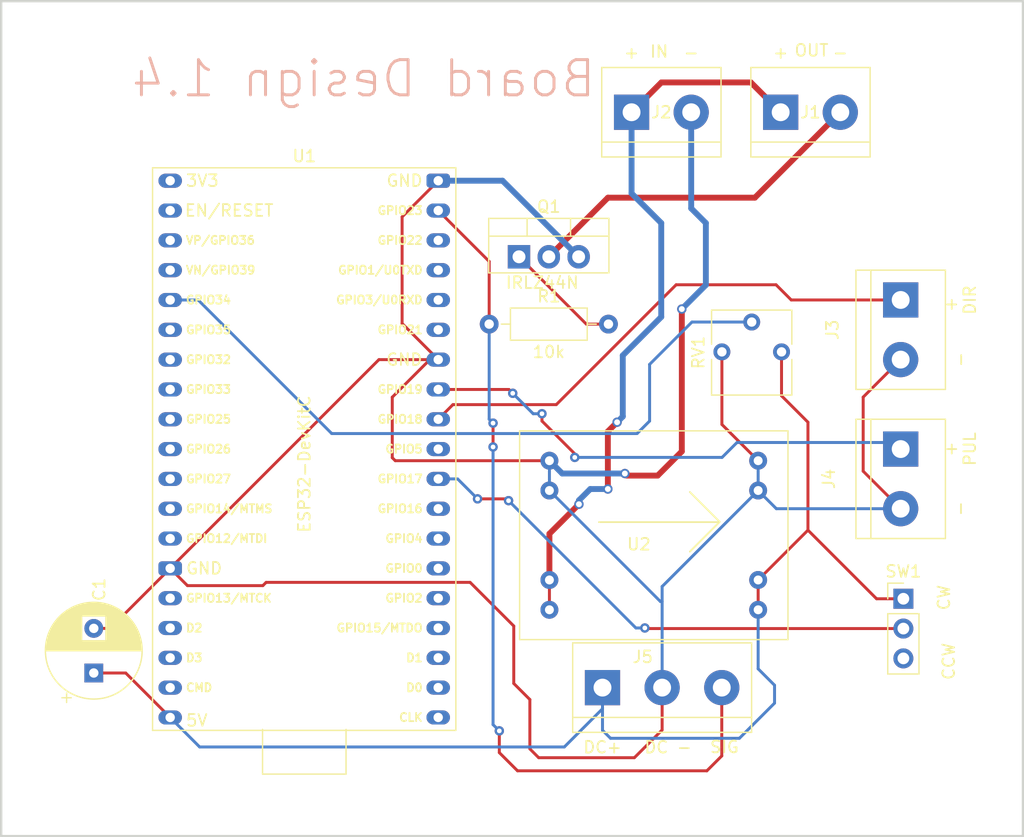
<source format=kicad_pcb>
(kicad_pcb (version 20211014) (generator pcbnew)
  (layers (0 "F.Cu" signal) (31 "B.Cu" signal) (34 "B.Paste" user) (35 "F.Paste" user) (36 "B.SilkS" user "B.Silkscreen") (37 "F.SilkS" user "F.Silkscreen") (38 "B.Mask" user) (39 "F.Mask" user) (44 "Edge.Cuts" user))
  (net 0 "")
  (net 1 "VCC")
  (net 2 "GND")
  (net 3 "DIR")
  (net 4 "PUL")
  (net 5 "+5V")
  (net 6 "ENABLE")
  (net 7 "Net-(Q1-Pad1)")
  (net 8 "MOSFET_GND")
  (net 9 "Net-(RV1-Pad2)")
  (net 33 "Net-(U1-Pad28)")
  (footprint "Capacitor_THT:CP_Radial_D8.0mm_P3.80mm" (layer "F.Cu") (at 65.8876 102.894651 90)
    (fp_text reference "C1" (at 7.111251 0.4572 90) (layer "F.SilkS"))
    (fp_text value "C_Polarized_Small_US")
    (fp_line (start 5.701 -1.552) (end 5.701 1.552) (layer "F.SilkS") (width 0.12))
    (fp_line (start 3.021 -3.925) (end 3.021 -1.04) (layer "F.SilkS") (width 0.12))
    (fp_line (start 5.661 -1.645) (end 5.661 1.645) (layer "F.SilkS") (width 0.12))
    (fp_line (start 5.461 -2.034) (end 5.461 2.034) (layer "F.SilkS") (width 0.12))
    (fp_line (start 3.741 -3.647) (end 3.741 -1.04) (layer "F.SilkS") (width 0.12))
    (fp_line (start 4.781 -2.907) (end 4.781 -1.04) (layer "F.SilkS") (width 0.12))
    (fp_line (start 2.701 -4.002) (end 2.701 4.002) (layer "F.SilkS") (width 0.12))
    (fp_line (start 2.621 -4.017) (end 2.621 4.017) (layer "F.SilkS") (width 0.12))
    (fp_line (start 3.461 1.04) (end 3.461 3.774) (layer "F.SilkS") (width 0.12))
    (fp_line (start 4.101 -3.444) (end 4.101 -1.04) (layer "F.SilkS") (width 0.12))
    (fp_line (start 5.021 -2.651) (end 5.021 2.651) (layer "F.SilkS") (width 0.12))
    (fp_line (start 3.701 1.04) (end 3.701 3.666) (layer "F.SilkS") (width 0.12))
    (fp_line (start 4.061 1.04) (end 4.061 3.469) (layer "F.SilkS") (width 0.12))
    (fp_line (start 3.421 1.04) (end 3.421 3.79) (layer "F.SilkS") (width 0.12))
    (fp_line (start 4.581 1.04) (end 4.581 3.09) (layer "F.SilkS") (width 0.12))
    (fp_line (start 3.461 -3.774) (end 3.461 -1.04) (layer "F.SilkS") (width 0.12))
    (fp_line (start 4.701 1.04) (end 4.701 2.983) (layer "F.SilkS") (width 0.12))
    (fp_line (start 2.821 -3.976) (end 2.821 -1.04) (layer "F.SilkS") (width 0.12))
    (fp_line (start 3.341 -3.821) (end 3.341 -1.04) (layer "F.SilkS") (width 0.12))
    (fp_line (start 3.021 1.04) (end 3.021 3.925) (layer "F.SilkS") (width 0.12))
    (fp_line (start 3.581 1.04) (end 3.581 3.722) (layer "F.SilkS") (width 0.12))
    (fp_line (start 2.781 1.04) (end 2.781 3.985) (layer "F.SilkS") (width 0.12))
    (fp_line (start 4.341 -3.28) (end 4.341 -1.04) (layer "F.SilkS") (width 0.12))
    (fp_line (start 4.861 -2.826) (end 4.861 2.826) (layer "F.SilkS") (width 0.12))
    (fp_line (start 3.541 1.04) (end 3.541 3.74) (layer "F.SilkS") (width 0.12))
    (fp_line (start 3.101 -3.902) (end 3.101 -1.04) (layer "F.SilkS") (width 0.12))
    (fp_line (start 1.9 -4.08) (end 1.9 4.08) (layer "F.SilkS") (width 0.12))
    (fp_line (start 4.501 1.04) (end 4.501 3.156) (layer "F.SilkS") (width 0.12))
    (fp_line (start 4.821 -2.867) (end 4.821 -1.04) (layer "F.SilkS") (width 0.12))
    (fp_line (start 2.34 -4.057) (end 2.34 4.057) (layer "F.SilkS") (width 0.12))
    (fp_line (start 5.861 -1.098) (end 5.861 1.098) (layer "F.SilkS") (width 0.12))
    (fp_line (start 4.301 -3.309) (end 4.301 -1.04) (layer "F.SilkS") (width 0.12))
    (fp_line (start 5.621 -1.731) (end 5.621 1.731) (layer "F.SilkS") (width 0.12))
    (fp_line (start 2.661 -4.01) (end 2.661 4.01) (layer "F.SilkS") (width 0.12))
    (fp_line (start 5.781 -1.346) (end 5.781 1.346) (layer "F.SilkS") (width 0.12))
    (fp_line (start 4.221 1.04) (end 4.221 3.365) (layer "F.SilkS") (width 0.12))
    (fp_line (start 2.38 -4.052) (end 2.38 4.052) (layer "F.SilkS") (width 0.12))
    (fp_line (start 4.261 -3.338) (end 4.261 -1.04) (layer "F.SilkS") (width 0.12))
    (fp_line (start 4.941 -2.741) (end 4.941 2.741) (layer "F.SilkS") (width 0.12))
    (fp_line (start 2.42 -4.048) (end 2.42 4.048) (layer "F.SilkS") (width 0.12))
    (fp_line (start 2.861 -3.967) (end 2.861 -1.04) (layer "F.SilkS") (width 0.12))
    (fp_line (start 2.1 -4.076) (end 2.1 4.076) (layer "F.SilkS") (width 0.12))
    (fp_line (start 2.22 -4.068) (end 2.22 4.068) (layer "F.SilkS") (width 0.12))
    (fp_line (start 2.941 1.04) (end 2.941 3.947) (layer "F.SilkS") (width 0.12))
    (fp_line (start 3.661 -3.686) (end 3.661 -1.04) (layer "F.SilkS") (width 0.12))
    (fp_line (start 5.381 -2.166) (end 5.381 2.166) (layer "F.SilkS") (width 0.12))
    (fp_line (start 2.981 -3.936) (end 2.981 -1.04) (layer "F.SilkS") (width 0.12))
    (fp_line (start 2.5 -4.037) (end 2.5 4.037) (layer "F.SilkS") (width 0.12))
    (fp_line (start 4.141 -3.418) (end 4.141 -1.04) (layer "F.SilkS") (width 0.12))
    (fp_line (start 4.341 1.04) (end 4.341 3.28) (layer "F.SilkS") (width 0.12))
    (fp_line (start 3.381 -3.805) (end 3.381 -1.04) (layer "F.SilkS") (width 0.12))
    (fp_line (start 3.261 -3.85) (end 3.261 -1.04) (layer "F.SilkS") (width 0.12))
    (fp_line (start 4.581 -3.09) (end 4.581 -1.04) (layer "F.SilkS") (width 0.12))
    (fp_line (start 4.061 -3.469) (end 4.061 -1.04) (layer "F.SilkS") (width 0.12))
    (fp_line (start 4.421 -3.22) (end 4.421 -1.04) (layer "F.SilkS") (width 0.12))
    (fp_line (start 2.02 -4.079) (end 2.02 4.079) (layer "F.SilkS") (width 0.12))
    (fp_line (start 2.3 -4.061) (end 2.3 4.061) (layer "F.SilkS") (width 0.12))
    (fp_line (start 3.701 -3.666) (end 3.701 -1.04) (layer "F.SilkS") (width 0.12))
    (fp_line (start 5.061 -2.604) (end 5.061 2.604) (layer "F.SilkS") (width 0.12))
    (fp_line (start 3.901 -3.562) (end 3.901 -1.04) (layer "F.SilkS") (width 0.12))
    (fp_line (start 1.98 -4.08) (end 1.98 4.08) (layer "F.SilkS") (width 0.12))
    (fp_line (start 4.221 -3.365) (end 4.221 -1.04) (layer "F.SilkS") (width 0.12))
    (fp_line (start 3.501 1.04) (end 3.501 3.757) (layer "F.SilkS") (width 0.12))
    (fp_line (start 2.981 1.04) (end 2.981 3.936) (layer "F.SilkS") (width 0.12))
    (fp_line (start 5.141 -2.505) (end 5.141 2.505) (layer "F.SilkS") (width 0.12))
    (fp_line (start 3.061 -3.914) (end 3.061 -1.04) (layer "F.SilkS") (width 0.12))
    (fp_line (start 3.541 -3.74) (end 3.541 -1.04) (layer "F.SilkS") (width 0.12))
    (fp_line (start 5.501 -1.964) (end 5.501 1.964) (layer "F.SilkS") (width 0.12))
    (fp_line (start 2.901 -3.957) (end 2.901 -1.04) (layer "F.SilkS") (width 0.12))
    (fp_line (start 3.181 1.04) (end 3.181 3.877) (layer "F.SilkS") (width 0.12))
    (fp_line (start 2.781 -3.985) (end 2.781 -1.04) (layer "F.SilkS") (width 0.12))
    (fp_line (start 3.941 -3.54) (end 3.941 -1.04) (layer "F.SilkS") (width 0.12))
    (fp_line (start 4.261 1.04) (end 4.261 3.338) (layer "F.SilkS") (width 0.12))
    (fp_line (start 5.181 -2.454) (end 5.181 2.454) (layer "F.SilkS") (width 0.12))
    (fp_line (start 4.181 -3.392) (end 4.181 -1.04) (layer "F.SilkS") (width 0.12))
    (fp_line (start 3.221 -3.863) (end 3.221 -1.04) (layer "F.SilkS") (width 0.12))
    (fp_line (start 5.221 -2.4) (end 5.221 2.4) (layer "F.SilkS") (width 0.12))
    (fp_line (start 4.541 1.04) (end 4.541 3.124) (layer "F.SilkS") (width 0.12))
    (fp_line (start 5.821 -1.229) (end 5.821 1.229) (layer "F.SilkS") (width 0.12))
    (fp_line (start 3.261 1.04) (end 3.261 3.85) (layer "F.SilkS") (width 0.12))
    (fp_line (start -2.509698 -2.315) (end -1.709698 -2.315) (layer "F.SilkS") (width 0.12))
    (fp_line (start 4.301 1.04) (end 4.301 3.309) (layer "F.SilkS") (width 0.12))
    (fp_line (start 5.341 -2.228) (end 5.341 2.228) (layer "F.SilkS") (width 0.12))
    (fp_line (start 2.06 -4.077) (end 2.06 4.077) (layer "F.SilkS") (width 0.12))
    (fp_line (start 4.181 1.04) (end 4.181 3.392) (layer "F.SilkS") (width 0.12))
    (fp_line (start 5.301 -2.287) (end 5.301 2.287) (layer "F.SilkS") (width 0.12))
    (fp_line (start 3.741 1.04) (end 3.741 3.647) (layer "F.SilkS") (width 0.12))
    (fp_line (start 2.46 -4.042) (end 2.46 4.042) (layer "F.SilkS") (width 0.12))
    (fp_line (start 4.101 1.04) (end 4.101 3.444) (layer "F.SilkS") (width 0.12))
    (fp_line (start 5.901 -0.948) (end 5.901 0.948) (layer "F.SilkS") (width 0.12))
    (fp_line (start 3.301 1.04) (end 3.301 3.835) (layer "F.SilkS") (width 0.12))
    (fp_line (start 4.741 1.04) (end 4.741 2.945) (layer "F.SilkS") (width 0.12))
    (fp_line (start 3.621 1.04) (end 3.621 3.704) (layer "F.SilkS") (width 0.12))
    (fp_line (start 3.781 -3.627) (end 3.781 -1.04) (layer "F.SilkS") (width 0.12))
    (fp_line (start 3.661 1.04) (end 3.661 3.686) (layer "F.SilkS") (width 0.12))
    (fp_line (start 4.781 1.04) (end 4.781 2.907) (layer "F.SilkS") (width 0.12))
    (fp_line (start 5.101 -2.556) (end 5.101 2.556) (layer "F.SilkS") (width 0.12))
    (fp_line (start 4.421 1.04) (end 4.421 3.22) (layer "F.SilkS") (width 0.12))
    (fp_line (start 2.941 -3.947) (end 2.941 -1.04) (layer "F.SilkS") (width 0.12))
    (fp_line (start 4.661 1.04) (end 4.661 3.019) (layer "F.SilkS") (width 0.12))
    (fp_line (start 2.861 1.04) (end 2.861 3.967) (layer "F.SilkS") (width 0.12))
    (fp_line (start 3.941 1.04) (end 3.941 3.54) (layer "F.SilkS") (width 0.12))
    (fp_line (start 4.461 -3.189) (end 4.461 -1.04) (layer "F.SilkS") (width 0.12))
    (fp_line (start 2.54 -4.03) (end 2.54 4.03) (layer "F.SilkS") (width 0.12))
    (fp_line (start 3.981 1.04) (end 3.981 3.517) (layer "F.SilkS") (width 0.12))
    (fp_line (start 3.861 1.04) (end 3.861 3.584) (layer "F.SilkS") (width 0.12))
    (fp_line (start 2.821 1.04) (end 2.821 3.976) (layer "F.SilkS") (width 0.12))
    (fp_line (start 4.981 -2.697) (end 4.981 2.697) (layer "F.SilkS") (width 0.12))
    (fp_line (start 4.021 -3.493) (end 4.021 -1.04) (layer "F.SilkS") (width 0.12))
    (fp_line (start 3.421 -3.79) (end 3.421 -1.04) (layer "F.SilkS") (width 0.12))
    (fp_line (start 4.381 1.04) (end 4.381 3.25) (layer "F.SilkS") (width 0.12))
    (fp_line (start 3.981 -3.517) (end 3.981 -1.04) (layer "F.SilkS") (width 0.12))
    (fp_line (start 3.061 1.04) (end 3.061 3.914) (layer "F.SilkS") (width 0.12))
    (fp_line (start 3.861 -3.584) (end 3.861 -1.04) (layer "F.SilkS") (width 0.12))
    (fp_line (start 3.821 1.04) (end 3.821 3.606) (layer "F.SilkS") (width 0.12))
    (fp_line (start 4.141 1.04) (end 4.141 3.418) (layer "F.SilkS") (width 0.12))
    (fp_line (start 4.501 -3.156) (end 4.501 -1.04) (layer "F.SilkS") (width 0.12))
    (fp_line (start 4.661 -3.019) (end 4.661 -1.04) (layer "F.SilkS") (width 0.12))
    (fp_line (start 4.701 -2.983) (end 4.701 -1.04) (layer "F.SilkS") (width 0.12))
    (fp_line (start 5.581 -1.813) (end 5.581 1.813) (layer "F.SilkS") (width 0.12))
    (fp_line (start 4.541 -3.124) (end 4.541 -1.04) (layer "F.SilkS") (width 0.12))
    (fp_line (start 3.621 -3.704) (end 3.621 -1.04) (layer "F.SilkS") (width 0.12))
    (fp_line (start 4.381 -3.25) (end 4.381 -1.04) (layer "F.SilkS") (width 0.12))
    (fp_line (start 3.181 -3.877) (end 3.181 -1.04) (layer "F.SilkS") (width 0.12))
    (fp_line (start 4.821 1.04) (end 4.821 2.867) (layer "F.SilkS") (width 0.12))
    (fp_line (start 3.781 1.04) (end 3.781 3.627) (layer "F.SilkS") (width 0.12))
    (fp_line (start 2.14 -4.074) (end 2.14 4.074) (layer "F.SilkS") (width 0.12))
    (fp_line (start 5.541 -1.89) (end 5.541 1.89) (layer "F.SilkS") (width 0.12))
    (fp_line (start -2.109698 -2.715) (end -2.109698 -1.915) (layer "F.SilkS") (width 0.12))
    (fp_line (start 3.221 1.04) (end 3.221 3.863) (layer "F.SilkS") (width 0.12))
    (fp_line (start 2.18 -4.071) (end 2.18 4.071) (layer "F.SilkS") (width 0.12))
    (fp_line (start 3.101 1.04) (end 3.101 3.902) (layer "F.SilkS") (width 0.12))
    (fp_line (start 3.141 -3.889) (end 3.141 -1.04) (layer "F.SilkS") (width 0.12))
    (fp_line (start 5.741 -1.453) (end 5.741 1.453) (layer "F.SilkS") (width 0.12))
    (fp_line (start 2.901 1.04) (end 2.901 3.957) (layer "F.SilkS") (width 0.12))
    (fp_line (start 4.741 -2.945) (end 4.741 -1.04) (layer "F.SilkS") (width 0.12))
    (fp_line (start 4.021 1.04) (end 4.021 3.493) (layer "F.SilkS") (width 0.12))
    (fp_line (start 5.941 -0.768) (end 5.941 0.768) (layer "F.SilkS") (width 0.12))
    (fp_line (start 4.621 -3.055) (end 4.621 -1.04) (layer "F.SilkS") (width 0.12))
    (fp_line (start 5.261 -2.345) (end 5.261 2.345) (layer "F.SilkS") (width 0.12))
    (fp_line (start 5.421 -2.102) (end 5.421 2.102) (layer "F.SilkS") (width 0.12))
    (fp_line (start 3.821 -3.606) (end 3.821 -1.04) (layer "F.SilkS") (width 0.12))
    (fp_line (start 5.981 -0.533) (end 5.981 0.533) (layer "F.SilkS") (width 0.12))
    (fp_line (start 4.901 -2.784) (end 4.901 2.784) (layer "F.SilkS") (width 0.12))
    (fp_line (start 3.301 -3.835) (end 3.301 -1.04) (layer "F.SilkS") (width 0.12))
    (fp_line (start 3.581 -3.722) (end 3.581 -1.04) (layer "F.SilkS") (width 0.12))
    (fp_line (start 3.901 1.04) (end 3.901 3.562) (layer "F.SilkS") (width 0.12))
    (fp_line (start 3.501 -3.757) (end 3.501 -1.04) (layer "F.SilkS") (width 0.12))
    (fp_line (start 4.621 1.04) (end 4.621 3.055) (layer "F.SilkS") (width 0.12))
    (fp_line (start 2.741 -3.994) (end 2.741 3.994) (layer "F.SilkS") (width 0.12))
    (fp_line (start 1.94 -4.08) (end 1.94 4.08) (layer "F.SilkS") (width 0.12))
    (fp_line (start 4.461 1.04) (end 4.461 3.189) (layer "F.SilkS") (width 0.12))
    (fp_line (start 3.141 1.04) (end 3.141 3.889) (layer "F.SilkS") (width 0.12))
    (fp_line (start 2.26 -4.065) (end 2.26 4.065) (layer "F.SilkS") (width 0.12))
    (fp_line (start 3.381 1.04) (end 3.381 3.805) (layer "F.SilkS") (width 0.12))
    (fp_line (start 2.58 -4.024) (end 2.58 4.024) (layer "F.SilkS") (width 0.12))
    (fp_line (start 3.341 1.04) (end 3.341 3.821) (layer "F.SilkS") (width 0.12))
    (fp_circle (center 1.9 0) (end 6.02 0) (layer "F.SilkS") (width 0.12) (fill none))
    (pad "1" thru_hole rect (at 0 0 90) (size 1.6 1.6) (drill 0.8) (layers *.Cu *.Mask) (net 5 "+5V"))
    (pad "2" thru_hole circle (at 3.8 0 90) (size 1.6 1.6) (drill 0.8) (layers *.Cu *.Mask) (net 2 "GND"))
  )
  (footprint "TerminalBlock:TerminalBlock_bornier-3_P5.08mm" (layer "F.Cu") (at 109.22 104.14)
    (fp_text reference "J5" (at 3.429 -2.6162) (layer "F.SilkS"))
    (fp_text value "Screw_Terminal_01x03")
    (fp_line (start 12.7 3.81) (end 12.7 -3.81) (layer "F.SilkS") (width 0.12))
    (fp_line (start -2.54 2.54) (end 12.7 2.54) (layer "F.SilkS") (width 0.12))
    (fp_line (start -2.54 -3.81) (end 12.7 -3.81) (layer "F.SilkS") (width 0.12))
    (fp_line (start -2.54 3.81) (end 12.7 3.81) (layer "F.SilkS") (width 0.12))
    (fp_line (start -2.54 3.81) (end -2.54 -3.81) (layer "F.SilkS") (width 0.12))
    (pad "1" thru_hole rect (at 0 0) (size 3 3) (drill 1.52) (layers *.Cu *.Mask) (net 5 "+5V"))
    (pad "2" thru_hole circle (at 5.08 0) (size 3 3) (drill 1.52) (layers *.Cu *.Mask) (net 2 "GND"))
    (pad "3" thru_hole circle (at 10.16 0) (size 3 3) (drill 1.52) (layers *.Cu *.Mask) (net 6 "ENABLE"))
  )
  (footprint "Package_TO_SOT_THT:TO-220-3_Vertical" (layer "F.Cu") (at 102.108 67.4422)
    (fp_text reference "Q1" (at 2.54 -4.27) (layer "F.SilkS"))
    (fp_text value "IRLZ44N" (at 1.9812 2.2046) (layer "F.SilkS"))
    (fp_line (start 4.391 -3.27) (end 4.391 -1.76) (layer "F.SilkS") (width 0.12))
    (fp_line (start 0.69 -3.27) (end 0.69 -1.76) (layer "F.SilkS") (width 0.12))
    (fp_line (start 7.66 -3.27) (end 7.66 1.371) (layer "F.SilkS") (width 0.12))
    (fp_line (start -2.58 -1.76) (end 7.66 -1.76) (layer "F.SilkS") (width 0.12))
    (fp_line (start -2.58 -3.27) (end 7.66 -3.27) (layer "F.SilkS") (width 0.12))
    (fp_line (start -2.58 1.371) (end 7.66 1.371) (layer "F.SilkS") (width 0.12))
    (fp_line (start -2.58 -3.27) (end -2.58 1.371) (layer "F.SilkS") (width 0.12))
    (pad "1" thru_hole rect (at 0 0) (size 1.905 2) (drill 1.1) (layers *.Cu *.Mask) (net 7 "Net-(Q1-Pad1)"))
    (pad "2" thru_hole oval (at 2.54 0) (size 1.905 2) (drill 1.1) (layers *.Cu *.Mask) (net 8 "MOSFET_GND"))
    (pad "3" thru_hole oval (at 5.08 0) (size 1.905 2) (drill 1.1) (layers *.Cu *.Mask) (net 2 "GND"))
  )
  (footprint "Converter_DCDC:DCDC_Generic-5v" (layer "F.Cu") (at 114.8588 92.4306)
    (fp_text reference "U2" (at -2.54 -0.5 unlocked) (layer "F.SilkS"))
    (fp_text value "Generic_5v_Module")
    (fp_line (start 10.16 7.62) (end -12.7 7.62) (layer "F.SilkS") (width 0.12))
    (fp_line (start -12.7 7.62) (end -12.7 -10.16) (layer "F.SilkS") (width 0.12))
    (fp_line (start -12.7 -10.16) (end 10.16 -10.16) (layer "F.SilkS") (width 0.12))
    (fp_line (start 10.16 -10.16) (end 10.16 7.62) (layer "F.SilkS") (width 0.12))
    (pad "1" thru_hole circle (at -10.16 -7.62) (size 1.524 1.524) (drill 0.762) (layers *.Cu *.Mask) (net 2 "GND"))
    (pad "1" thru_hole circle (at -10.16 -5.08) (size 1.524 1.524) (drill 0.762) (layers *.Cu *.Mask) (net 2 "GND"))
    (pad "2" thru_hole circle (at -10.16 2.54) (size 1.524 1.524) (drill 0.762) (layers *.Cu *.Mask) (net 1 "VCC"))
    (pad "2" thru_hole circle (at -10.16 5.08) (size 1.524 1.524) (drill 0.762) (layers *.Cu *.Mask) (net 1 "VCC"))
    (pad "3" thru_hole circle (at 7.62 -5.08) (size 1.524 1.524) (drill 0.762) (layers *.Cu *.Mask) (net 2 "GND"))
    (pad "3" thru_hole circle (at 7.62 -7.62) (size 1.524 1.524) (drill 0.762) (layers *.Cu *.Mask) (net 2 "GND"))
    (pad "4" thru_hole circle (at 7.62 2.54) (size 1.524 1.524) (drill 0.762) (layers *.Cu *.Mask) (net 5 "+5V"))
    (pad "4" thru_hole circle (at 7.62 5.08) (size 1.524 1.524) (drill 0.762) (layers *.Cu *.Mask) (net 5 "+5V"))
  )
  (footprint "TerminalBlock:TerminalBlock_bornier-2_P5.08mm" (layer "F.Cu") (at 134.62 83.82 -90)
    (fp_text reference "J4" (at 2.54 6.1214 90) (layer "F.SilkS"))
    (fp_text value "Screw_Terminal_01x02")
    (fp_line (start 7.62 2.54) (end -2.54 2.54) (layer "F.SilkS") (width 0.12))
    (fp_line (start 7.62 -3.81) (end -2.54 -3.81) (layer "F.SilkS") (width 0.12))
    (fp_line (start -2.54 -3.81) (end -2.54 3.81) (layer "F.SilkS") (width 0.12))
    (fp_line (start -2.54 3.81) (end 7.62 3.81) (layer "F.SilkS") (width 0.12))
    (fp_line (start 7.62 3.81) (end 7.62 -3.81) (layer "F.SilkS") (width 0.12))
    (pad "1" thru_hole rect (at 0 0 270) (size 3 3) (drill 1.52) (layers *.Cu *.Mask) (net 4 "PUL"))
    (pad "2" thru_hole circle (at 5.08 0 270) (size 3 3) (drill 1.52) (layers *.Cu *.Mask) (net 2 "GND"))
  )
  (footprint "TerminalBlock:TerminalBlock_bornier-2_P5.08mm" (layer "F.Cu") (at 111.6965 55.1307)
    (fp_text reference "J2" (at 2.54 0) (layer "F.SilkS"))
    (fp_text value "Screw_Terminal_01x02")
    (fp_line (start 7.62 2.54) (end -2.54 2.54) (layer "F.SilkS") (width 0.12))
    (fp_line (start 7.62 3.81) (end 7.62 -3.81) (layer "F.SilkS") (width 0.12))
    (fp_line (start 7.62 -3.81) (end -2.54 -3.81) (layer "F.SilkS") (width 0.12))
    (fp_line (start -2.54 -3.81) (end -2.54 3.81) (layer "F.SilkS") (width 0.12))
    (fp_line (start -2.54 3.81) (end 7.62 3.81) (layer "F.SilkS") (width 0.12))
    (pad "1" thru_hole rect (at 0 0) (size 3 3) (drill 1.52) (layers *.Cu *.Mask) (net 1 "VCC"))
    (pad "2" thru_hole circle (at 5.08 0) (size 3 3) (drill 1.52) (layers *.Cu *.Mask) (net 2 "GND"))
  )
  (footprint "MountingHole:MountingHole_3.2mm_M3" (layer "F.Cu") (at 63.2714 50.673)
    (fp_text reference "H2" hide)
    (fp_text value "MountingHole")
    (pad "" np_thru_hole circle (at 0 0) (size 3.2 3.2) (drill 3.2) (layers *.Cu *.Mask))
  )
  (footprint "MountingHole:MountingHole_3.2mm_M3" (layer "F.Cu") (at 139.7 111.76)
    (fp_text reference "H1" hide)
    (fp_text value "MountingHole")
    (pad "" np_thru_hole circle (at 0 0) (size 3.2 3.2) (drill 3.2) (layers *.Cu *.Mask))
  )
  (footprint "TerminalBlock:TerminalBlock_bornier-2_P5.08mm" (layer "F.Cu") (at 134.62 71.12 -90)
    (fp_text reference "J3" (at 2.54 5.8166 90) (layer "F.SilkS"))
    (fp_text value "Screw_Terminal_01x02")
    (fp_line (start 7.62 3.81) (end 7.62 -3.81) (layer "F.SilkS") (width 0.12))
    (fp_line (start -2.54 -3.81) (end -2.54 3.81) (layer "F.SilkS") (width 0.12))
    (fp_line (start -2.54 3.81) (end 7.62 3.81) (layer "F.SilkS") (width 0.12))
    (fp_line (start 7.62 2.54) (end -2.54 2.54) (layer "F.SilkS") (width 0.12))
    (fp_line (start 7.62 -3.81) (end -2.54 -3.81) (layer "F.SilkS") (width 0.12))
    (pad "1" thru_hole rect (at 0 0 270) (size 3 3) (drill 1.52) (layers *.Cu *.Mask) (net 3 "DIR"))
    (pad "2" thru_hole circle (at 5.08 0 270) (size 3 3) (drill 1.52) (layers *.Cu *.Mask) (net 2 "GND"))
  )
  (footprint "Potentiometer_THT:Potentiometer_Vishay_T73YP_Vertical" (layer "F.Cu") (at 124.4704 75.5408 90)
    (fp_text reference "RV1" (at -0.06 -7.09 90) (layer "F.SilkS"))
    (fp_text value "R_Potentiometer_Trim_US")
    (fp_line (start -3.68 0.88) (end -0.65 0.88) (layer "F.SilkS") (width 0.12))
    (fp_line (start 3.56 -5.96) (end 3.56 0.88) (layer "F.SilkS") (width 0.12))
    (fp_line (start -3.68 -5.96) (end -0.65 -5.96) (layer "F.SilkS") (width 0.12))
    (fp_line (start 0.65 -5.96) (end 3.56 -5.96) (layer "F.SilkS") (width 0.12))
    (fp_line (start 0.65 0.88) (end 3.56 0.88) (layer "F.SilkS") (width 0.12))
    (fp_line (start -3.68 -5.96) (end -3.68 0.88) (layer "F.SilkS") (width 0.12))
    (pad "1" thru_hole circle (at 0 0 90) (size 1.44 1.44) (drill 0.8) (layers *.Cu *.Mask) (net 5 "+5V"))
    (pad "2" thru_hole circle (at 2.54 -2.54 90) (size 1.44 1.44) (drill 0.8) (layers *.Cu *.Mask) (net 9 "Net-(RV1-Pad2)"))
    (pad "3" thru_hole circle (at 0 -5.08 90) (size 1.44 1.44) (drill 0.8) (layers *.Cu *.Mask) (net 2 "GND"))
  )
  (footprint "ESP32_modules:NodeMCU-32S" (layer "F.Cu") (at 71.12 60.96)
    (fp_text reference "U1" (at 12.70368 -2.09728) (layer "F.SilkS"))
    (fp_text value "ESP32-DevKitC" (at 12.70368 24.13272 90) (layer "F.SilkS"))
    (fp_text user "GPIO22" (at 22.86 5.08272 unlocked) (layer "F.SilkS") (effects (font (size 0.7 0.7)) (justify right)))
    (fp_text user "GPIO3/U0RXD" (at 22.86 10.16 unlocked) (layer "F.SilkS") (effects (font (size 0.7 0.7)) (justify right)))
    (fp_text user "GPIO34" (at 2.54 10.16 unlocked) (layer "F.SilkS") (effects (font (size 0.7 0.7)) (justify left)))
    (fp_text user "GND" (at 22.84 15.24272 unlocked) (layer "F.SilkS") (effects (justify right)))
    (fp_text user "CMD" (at 2.54 43.18 unlocked) (layer "F.SilkS") (effects (font (size 0.7 0.7)) (justify left)))
    (fp_text user "GPIO32" (at 2.54 15.24 unlocked) (layer "F.SilkS") (effects (font (size 0.7 0.7)) (justify left)))
    (fp_text user "D2" (at 2.54 38.1 unlocked) (layer "F.SilkS") (effects (font (size 0.7 0.7)) (justify left)))
    (fp_text user "GPIO27" (at 2.54 25.40272 unlocked) (layer "F.SilkS") (effects (font (size 0.7 0.7)) (justify left)))
    (fp_text user "GPIO1/U0TXD" (at 22.86 7.62272 unlocked) (layer "F.SilkS") (effects (font (size 0.7 0.7)) (justify right)))
    (fp_text user "GPIO18" (at 22.86 20.32272 unlocked) (layer "F.SilkS") (effects (font (size 0.7 0.7)) (justify right)))
    (fp_text user "GPIO15/MTDO" (at 22.86 38.1 unlocked) (layer "F.SilkS") (effects (font (size 0.7 0.7)) (justify right)))
    (fp_text user "5V" (at 2.54 45.974 unlocked) (layer "F.SilkS") (effects (justify left)))
    (fp_text user "GPIO33" (at 2.54 17.78 unlocked) (layer "F.SilkS") (effects (font (size 0.7 0.7)) (justify left)))
    (fp_text user "GPIO26" (at 2.54 22.86272 unlocked) (layer "F.SilkS") (effects (font (size 0.7 0.7)) (justify left)))
    (fp_text user "VP/GPIO36" (at 2.54 5.08 unlocked) (layer "F.SilkS") (effects (font (size 0.7 0.7)) (justify left)))
    (fp_text user "VN/GPIO39" (at 2.54 7.62 unlocked) (layer "F.SilkS") (effects (font (size 0.7 0.7)) (justify left)))
    (fp_text user "D3" (at 2.54 40.64 unlocked) (layer "F.SilkS") (effects (font (size 0.7 0.7)) (justify left)))
    (fp_text user "EN/RESET" (at 10.16 2.54 unlocked) (layer "F.SilkS") (effects (justify right)))
    (fp_text user "GPIO12/MTDI" (at 2.54 30.48 unlocked) (layer "F.SilkS") (effects (font (size 0.7 0.7)) (justify left)))
    (fp_text user "GND" (at 2.5454 33.02272 unlocked) (layer "F.SilkS") (effects (justify left)))
    (fp_text user "3V3" (at 2.54 0 unlocked) (layer "F.SilkS") (effects (justify left)))
    (fp_text user "GPIO2" (at 22.86 35.56272 unlocked) (layer "F.SilkS") (effects (font (size 0.7 0.7)) (justify right)))
    (fp_text user "GPIO0" (at 22.86 33.02272 unlocked) (layer "F.SilkS") (effects (font (size 0.7 0.7)) (justify right)))
    (fp_text user "D0" (at 22.86 43.18272 unlocked) (layer "F.SilkS") (effects (font (size 0.7 0.7)) (justify right)))
    (fp_text user "D1" (at 22.86 40.64 unlocked) (layer "F.SilkS") (effects (font (size 0.7 0.7)) (justify right)))
    (fp_text user "GPIO16" (at 22.86 27.94 unlocked) (layer "F.SilkS") (effects (font (size 0.7 0.7)) (justify right)))
    (fp_text user "GPIO19" (at 22.86 17.78272 unlocked) (layer "F.SilkS") (effects (font (size 0.7 0.7)) (justify right)))
    (fp_text user "GPIO14/MTMS" (at 2.54 27.94272 unlocked) (layer "F.SilkS") (effects (font (size 0.7 0.7)) (justify left)))
    (fp_text user "GPIO21" (at 22.86 12.7 unlocked) (layer "F.SilkS") (effects (font (size 0.7 0.7)) (justify right)))
    (fp_text user "GPIO25" (at 2.54 20.32 unlocked) (layer "F.SilkS") (effects (font (size 0.7 0.7)) (justify left)))
    (fp_text user "GPIO17" (at 22.86 25.4 unlocked) (layer "F.SilkS") (effects (font (size 0.7 0.7)) (justify right)))
    (fp_text user "GND" (at 22.86 0 unlocked) (layer "F.SilkS") (effects (justify right)))
    (fp_text user "GPIO5" (at 22.86 22.86 unlocked) (layer "F.SilkS") (effects (font (size 0.7 0.7)) (justify right)))
    (fp_text user "GPIO23" (at 22.86 2.54272 unlocked) (layer "F.SilkS") (effects (font (size 0.7 0.7)) (justify right)))
    (fp_text user "GPIO35" (at 2.54 12.70272 unlocked) (layer "F.SilkS") (effects (font (size 0.7 0.7)) (justify left)))
    (fp_text user "GPIO13/MTCK" (at 2.54 35.56272 unlocked) (layer "F.SilkS") (effects (font (size 0.7 0.7)) (justify left)))
    (fp_text user "CLK" (at 22.86 45.72 unlocked) (layer "F.SilkS") (effects (font (size 0.7 0.7)) (justify right)))
    (fp_text user "GPIO4" (at 22.86 30.48272 unlocked) (layer "F.SilkS") (effects (font (size 0.7 0.7)) (justify right)))
    (fp_line (start 25.61 -1.09728) (end -0.224599 -1.09728) (layer "F.SilkS") (width 0.12))
    (fp_line (start 25.609999 46.82272) (end 25.61 -1.09728) (layer "F.SilkS") (width 0.12))
    (fp_line (start 9.144 50.546) (end 16.256 50.546) (layer "F.SilkS") (width 0.12))
    (fp_line (start -0.2246 46.82272) (end 25.609999 46.82272) (layer "F.SilkS") (width 0.12))
    (fp_line (start 16.256 50.546) (end 16.256 46.736) (layer "F.SilkS") (width 0.12))
    (fp_line (start -0.224599 -1.09728) (end -0.2246 46.82272) (layer "F.SilkS") (width 0.12))
    (fp_line (start 9.144 46.736) (end 9.144 50.546) (layer "F.SilkS") (width 0.12))
    (pad "1" thru_hole oval (at 1.2754 0.00272 270) (size 1.2 2) (drill 0.8) (layers *.Cu *.Mask))
    (pad "2" thru_hole oval (at 1.2754 2.54272 270) (size 1.2 2) (drill 0.8) (layers *.Cu *.Mask))
    (pad "3" thru_hole oval (at 1.2754 5.08272 270) (size 1.2 2) (drill 0.8) (layers *.Cu *.Mask))
    (pad "4" thru_hole oval (at 1.2754 7.62272 270) (size 1.2 2) (drill 0.8) (layers *.Cu *.Mask))
    (pad "5" thru_hole oval (at 1.2754 10.16272 270) (size 1.2 2) (drill 0.8) (layers *.Cu *.Mask) (net 9 "Net-(RV1-Pad2)"))
    (pad "6" thru_hole oval (at 1.2754 12.70272 270) (size 1.2 2) (drill 0.8) (layers *.Cu *.Mask))
    (pad "7" thru_hole oval (at 1.2754 15.24272 270) (size 1.2 2) (drill 0.8) (layers *.Cu *.Mask))
    (pad "8" thru_hole oval (at 1.2754 17.78272 270) (size 1.2 2) (drill 0.8) (layers *.Cu *.Mask))
    (pad "9" thru_hole oval (at 1.2754 20.32272 270) (size 1.2 2) (drill 0.8) (layers *.Cu *.Mask))
    (pad "10" thru_hole oval (at 1.2754 22.86272 270) (size 1.2 2) (drill 0.8) (layers *.Cu *.Mask))
    (pad "11" thru_hole oval (at 1.2754 25.40272 270) (size 1.2 2) (drill 0.8) (layers *.Cu *.Mask))
    (pad "12" thru_hole oval (at 1.2754 27.94272 270) (size 1.2 2) (drill 0.8) (layers *.Cu *.Mask))
    (pad "13" thru_hole oval (at 1.2754 30.48272 270) (size 1.2 2) (drill 0.8) (layers *.Cu *.Mask))
    (pad "14" thru_hole roundrect (at 1.2754 33.02272 270) (size 1.2 2) (drill 0.8) (layers *.Cu *.Mask) (net 2 "GND"))
    (pad "15" thru_hole oval (at 1.2754 35.56272 270) (size 1.2 2) (drill 0.8) (layers *.Cu *.Mask))
    (pad "16" thru_hole oval (at 1.2754 38.10272 270) (size 1.2 2) (drill 0.8) (layers *.Cu *.Mask))
    (pad "17" thru_hole oval (at 1.2754 40.64272 270) (size 1.2 2) (drill 0.8) (layers *.Cu *.Mask))
    (pad "18" thru_hole oval (at 1.2754 43.18272 270) (size 1.2 2) (drill 0.8) (layers *.Cu *.Mask))
    (pad "19" thru_hole oval (at 1.2754 45.72272 270) (size 1.2 2) (drill 0.8) (layers *.Cu *.Mask) (net 5 "+5V"))
    (pad "20" thru_hole oval (at 24.10632 45.72 270) (size 1.2 2) (drill 0.8) (layers *.Cu *.Mask))
    (pad "21" thru_hole oval (at 24.10632 43.18 270) (size 1.2 2) (drill 0.8) (layers *.Cu *.Mask))
    (pad "22" thru_hole oval (at 24.11 40.64272 270) (size 1.2 2) (drill 0.8) (layers *.Cu *.Mask))
    (pad "23" thru_hole oval (at 24.11 38.10272 270) (size 1.2 2) (drill 0.8) (layers *.Cu *.Mask))
    (pad "24" thru_hole oval (at 24.11 35.56272 270) (size 1.2 2) (drill 0.8) (layers *.Cu *.Mask))
    (pad "25" thru_hole oval (at 24.11 33.02272 270) (size 1.2 2) (drill 0.8) (layers *.Cu *.Mask))
    (pad "26" thru_hole oval (at 24.11 30.48272 270) (size 1.2 2) (drill 0.8) (layers *.Cu *.Mask))
    (pad "27" thru_hole oval (at 24.11 27.94272 270) (size 1.2 2) (drill 0.8) (layers *.Cu *.Mask))
    (pad "28" thru_hole oval (at 24.11 25.40272 270) (size 1.2 2) (drill 0.8) (layers *.Cu *.Mask) (net 33 "Net-(U1-Pad28)"))
    (pad "29" thru_hole oval (at 24.11 22.86272 270) (size 1.2 2) (drill 0.8) (layers *.Cu *.Mask))
    (pad "30" thru_hole oval (at 24.11 20.32272 270) (size 1.2 2) (drill 0.8) (layers *.Cu *.Mask) (net 3 "DIR"))
    (pad "31" thru_hole oval (at 24.11 17.78272 270) (size 1.2 2) (drill 0.8) (layers *.Cu *.Mask) (net 4 "PUL"))
    (pad "32" thru_hole oval (at 24.11 15.24272 270) (size 1.2 2) (drill 0.8) (layers *.Cu *.Mask) (net 2 "GND"))
    (pad "33" thru_hole oval (at 24.11 12.70272 270) (size 1.2 2) (drill 0.8) (layers *.Cu *.Mask))
    (pad "34" thru_hole oval (at 24.11 10.16272 270) (size 1.2 2) (drill 0.8) (layers *.Cu *.Mask))
    (pad "35" thru_hole oval (at 24.11 7.62272 270) (size 1.2 2) (drill 0.8) (layers *.Cu *.Mask))
    (pad "36" thru_hole oval (at 24.11 5.08272 270) (size 1.2 2) (drill 0.8) (layers *.Cu *.Mask))
    (pad "37" thru_hole oval (at 24.11 2.54272 270) (size 1.2 2) (drill 0.8) (layers *.Cu *.Mask) (net 6 "ENABLE"))
    (pad "38" thru_hole roundrect (at 24.11 0.00272 270) (size 1.2 2) (drill 0.8) (layers *.Cu *.Mask) (net 2 "GND"))
  )
  (footprint "Resistor_THT:R_Axial_DIN0207_L6.3mm_D2.5mm_P10.16mm_Horizontal" (layer "F.Cu") (at 99.568 73.1774)
    (fp_text reference "R1" (at 5.08 -2.37) (layer "F.SilkS"))
    (fp_text value "10k" (at 5.08 2.37) (layer "F.SilkS"))
    (fp_line (start 1.81 1.37) (end 8.35 1.37) (layer "F.SilkS") (width 0.12))
    (fp_line (start 1.04 0) (end 1.81 0) (layer "F.SilkS") (width 0.12))
    (fp_line (start 8.35 1.37) (end 8.35 -1.37) (layer "F.SilkS") (width 0.12))
    (fp_line (start 8.35 -1.37) (end 1.81 -1.37) (layer "F.SilkS") (width 0.12))
    (fp_line (start 1.81 -1.37) (end 1.81 1.37) (layer "F.SilkS") (width 0.12))
    (fp_line (start 9.12 0) (end 8.35 0) (layer "F.SilkS") (width 0.12))
    (pad "1" thru_hole circle (at 0 0) (size 1.6 1.6) (drill 0.8) (layers *.Cu *.Mask) (net 6 "ENABLE"))
    (pad "2" thru_hole oval (at 10.16 0) (size 1.6 1.6) (drill 0.8) (layers *.Cu *.Mask) (net 7 "Net-(Q1-Pad1)"))
  )
  (footprint "TerminalBlock:TerminalBlock_bornier-2_P5.08mm" (layer "F.Cu") (at 124.3965 55.1307)
    (fp_text reference "J1" (at 2.54 0) (layer "F.SilkS"))
    (fp_text value "Screw_Terminal_01x02")
    (fp_line (start 7.62 3.81) (end 7.62 -3.81) (layer "F.SilkS") (width 0.12))
    (fp_line (start 7.62 2.54) (end -2.54 2.54) (layer "F.SilkS") (width 0.12))
    (fp_line (start -2.54 -3.81) (end -2.54 3.81) (layer "F.SilkS") (width 0.12))
    (fp_line (start 7.62 -3.81) (end -2.54 -3.81) (layer "F.SilkS") (width 0.12))
    (fp_line (start -2.54 3.81) (end 7.62 3.81) (layer "F.SilkS") (width 0.12))
    (pad "1" thru_hole rect (at 0 0) (size 3 3) (drill 1.52) (layers *.Cu *.Mask) (net 1 "VCC"))
    (pad "2" thru_hole circle (at 5.08 0) (size 3 3) (drill 1.52) (layers *.Cu *.Mask) (net 8 "MOSFET_GND"))
  )
  (footprint "MountingHole:MountingHole_3.2mm_M3" (layer "F.Cu") (at 63.7794 111.3536)
    (fp_text reference "H3" hide)
    (fp_text value "MountingHole")
    (pad "" np_thru_hole circle (at 0 0) (size 3.2 3.2) (drill 3.2) (layers *.Cu *.Mask))
  )
  (footprint "MountingHole:MountingHole_3.2mm_M3" (layer "F.Cu") (at 139.7 50.8)
    (fp_text reference "H4" hide)
    (fp_text value "MountingHole")
    (pad "" np_thru_hole circle (at 0 0) (size 3.2 3.2) (drill 3.2) (layers F&B.Cu *.Mask))
  )
  (footprint "Connector_PinHeader_2.54mm:PinHeader_1x03_P2.54mm_Vertical" (layer "F.Cu") (at 134.8486 96.5708)
    (fp_text reference "SW1" (at 0 -2.33) (layer "F.SilkS"))
    (fp_text value "SW_SPST")
    (fp_line (start -1.33 0) (end -1.33 -1.33) (layer "F.SilkS") (width 0.12))
    (fp_line (start -1.33 6.41) (end 1.33 6.41) (layer "F.SilkS") (width 0.12))
    (fp_line (start -1.33 1.27) (end 1.33 1.27) (layer "F.SilkS") (width 0.12))
    (fp_line (start -1.33 1.27) (end -1.33 6.41) (layer "F.SilkS") (width 0.12))
    (fp_line (start 1.33 1.27) (end 1.33 6.41) (layer "F.SilkS") (width 0.12))
    (fp_line (start -1.33 -1.33) (end 0 -1.33) (layer "F.SilkS") (width 0.12))
    (pad "1" thru_hole rect (at 0 0) (size 1.7 1.7) (drill 1) (layers *.Cu *.Mask) (net 5 "+5V"))
    (pad "2" thru_hole oval (at 0 2.54) (size 1.7 1.7) (drill 1) (layers *.Cu *.Mask) (net 33 "Net-(U1-Pad28)"))
    (pad "3" thru_hole oval (at 0 5.08) (size 1.7 1.7) (drill 1) (layers *.Cu *.Mask))
  )
  (gr_line (start 116.6622 87.4776) (end 119.2022 90.0176) (layer "F.SilkS") (width 0.15))
  (gr_line (start 108.9152 90.043) (end 119.0752 90.043) (layer "F.SilkS") (width 0.15))
  (gr_line (start 119.2022 90.0176) (end 116.6622 92.5576) (layer "F.SilkS") (width 0.15))
  (gr_rect (start 58 45.6692) (end 145.034 116.7892) (layer "Edge.Cuts") (width 0.2) (fill none))
  (gr_text "Board Design 1.4" (at 88.8746 52.2732) (layer "B.SilkS") (effects (font (size 3 3) (thickness 0.25)) (justify mirror)))
  (gr_text "-" (at 139.7 76.2 90) (layer "F.SilkS") (effects (font (size 1 1))))
  (gr_text "OUT" (at 127.0254 49.8602) (layer "F.SilkS") (effects (font (size 1 1))))
  (gr_text "IN" (at 114.046 49.9618) (layer "F.SilkS") (effects (font (size 1 1))))
  (gr_text "-" (at 139.682121 88.896151 90) (layer "F.SilkS") (effects (font (size 1 1))))
  (gr_text "+" (at 124.3965 50.0507) (layer "F.SilkS") (effects (font (size 1 1))))
  (gr_text "-" (at 116.7765 50.0507) (layer "F.SilkS") (effects (font (size 1 1))))
  (gr_text "+\nPUL" (at 139.7 83.82 90) (layer "F.SilkS") (effects (font (size 1 1))))
  (gr_text "SIG" (at 119.6086 109.1946) (layer "F.SilkS") (effects (font (size 1 1))))
  (gr_text "DC -\n" (at 114.808 109.22) (layer "F.SilkS") (effects (font (size 1 1))))
  (gr_text "DC+\n" (at 109.22 109.22) (layer "F.SilkS") (effects (font (size 1 1))))
  (gr_text "CCW" (at 138.7094 101.9048 90) (layer "F.SilkS") (effects (font (size 1 1))))
  (gr_text "CW" (at 138.303 96.4692 90) (layer "F.SilkS") (effects (font (size 1 1))))
  (gr_text "+ \nDIR" (at 139.7 71.12 90) (layer "F.SilkS") (effects (font (size 1 1))))
  (gr_text "-" (at 129.4765 50.0507) (layer "F.SilkS") (effects (font (size 1 1))))
  (gr_text "+" (at 111.6965 50.0507) (layer "F.SilkS") (effects (font (size 1 1))))
  (segment (start 111.6965 55.1307) (end 114.2365 52.5907) (width 0.5) (layer "F.Cu") (net 1))
  (segment (start 104.6988 94.9706) (end 104.6988 97.5106) (width 0.25) (layer "F.Cu") (net 1))
  (segment (start 114.2365 52.5907) (end 121.8565 52.5907) (width 0.5) (layer "F.Cu") (net 1))
  (segment (start 121.8565 52.5907) (end 124.3965 55.1307) (width 0.5) (layer "F.Cu") (net 1))
  (segment (start 104.6988 91.0336) (end 104.6988 94.9706) (width 0.5) (layer "F.Cu") (net 1))
  (segment (start 107.2134 88.519) (end 104.6988 91.0336) (width 0.5) (layer "F.Cu") (net 1))
  (segment (start 110.4646 81.534) (end 109.6772 82.3214) (width 0.5) (layer "F.Cu") (net 1))
  (segment (start 109.6772 82.3214) (end 109.6772 87.2236) (width 0.5) (layer "F.Cu") (net 1))
  (via (at 109.6772 87.2236) (size 0.8) (drill 0.5) (layers "F.Cu" "B.Cu") (net 1))
  (via (at 110.4646 81.534) (size 0.8) (drill 0.5) (layers "F.Cu" "B.Cu") (net 1))
  (via (at 107.2134 88.519) (size 0.8) (drill 0.5) (layers "F.Cu" "B.Cu") (net 1))
  (segment (start 107.2642 88.138) (end 107.2134 88.1888) (width 0.5) (layer "B.Cu") (net 1))
  (segment (start 111.6965 62.038751) (end 114.224549 64.5668) (width 0.5) (layer "B.Cu") (net 1))
  (segment (start 110.9472 75.8444) (end 110.9472 81.0006) (width 0.5) (layer "B.Cu") (net 1))
  (segment (start 109.6772 87.2236) (end 108.1786 87.2236) (width 0.5) (layer "B.Cu") (net 1))
  (segment (start 110.9472 81.0514) (end 110.4646 81.534) (width 0.5) (layer "B.Cu") (net 1))
  (segment (start 108.1786 87.2236) (end 107.2642 88.138) (width 0.5) (layer "B.Cu") (net 1))
  (segment (start 107.2134 88.1888) (end 107.2134 88.519) (width 0.5) (layer "B.Cu") (net 1))
  (segment (start 110.9472 75.8444) (end 114.224549 72.567051) (width 0.5) (layer "B.Cu") (net 1))
  (segment (start 111.6965 55.1307) (end 111.6965 62.038751) (width 0.5) (layer "B.Cu") (net 1))
  (segment (start 114.224549 64.5668) (end 114.224549 72.567051) (width 0.5) (layer "B.Cu") (net 1))
  (segment (start 110.9472 81.0006) (end 110.9472 81.0514) (width 0.5) (layer "B.Cu") (net 1))
  (segment (start 119.3904 81.7222) (end 122.4788 84.8106) (width 0.25) (layer "F.Cu") (net 2))
  (segment (start 131.425 85.705) (end 134.62 88.9) (width 0.25) (layer "F.Cu") (net 2))
  (segment (start 101.6616 98.893) (end 97.9424 95.1738) (width 0.25) (layer "F.Cu") (net 2))
  (segment (start 119.3904 75.5408) (end 119.3904 81.7222) (width 0.25) (layer "F.Cu") (net 2))
  (segment (start 113.919 86.0806) (end 111.3028 86.0806) (width 0.5) (layer "F.Cu") (net 2))
  (segment (start 111.3028 86.0806) (end 111.125 85.9028) (width 0.5) (layer "F.Cu") (net 2))
  (segment (start 94.51068 76.20272) (end 91.313 79.4004) (width 0.25) (layer "F.Cu") (net 2))
  (segment (start 95.23 60.96272) (end 92.1512 64.04152) (width 0.25) (layer "F.Cu") (net 2))
  (segment (start 92.1512 73.12392) (end 95.23 76.20272) (width 0.25) (layer "F.Cu") (net 2))
  (segment (start 103.0332 109.3578) (end 103.0332 105.156) (width 0.25) (layer "F.Cu") (net 2))
  (segment (start 114.3 104.14) (end 114.3 107.7468) (width 0.25) (layer "F.Cu") (net 2))
  (segment (start 95.23 76.20272) (end 90.1754 76.20272) (width 0.25) (layer "F.Cu") (net 2))
  (segment (start 65.8876 99.094651) (end 67.283469 99.094651) (width 0.25) (layer "F.Cu") (net 2))
  (segment (start 111.9378 110.109) (end 103.7844 110.109) (width 0.25) (layer "F.Cu") (net 2))
  (segment (start 80.5688 95.1738) (end 80.2894 95.4532) (width 0.25) (layer "F.Cu") (net 2))
  (segment (start 67.283469 99.094651) (end 72.3954 93.98272) (width 0.25) (layer "F.Cu") (net 2))
  (segment (start 114.3 107.7468) (end 111.9378 110.109) (width 0.25) (layer "F.Cu") (net 2))
  (segment (start 95.23 76.20272) (end 94.51068 76.20272) (width 0.25) (layer "F.Cu") (net 2))
  (segment (start 91.313 79.4004) (end 91.313 84.5566) (width 0.25) (layer "F.Cu") (net 2))
  (segment (start 92.1512 64.04152) (end 92.1512 73.12392) (width 0.25) (layer "F.Cu") (net 2))
  (segment (start 115.9764 84.0232) (end 113.919 86.0806) (width 0.5) (layer "F.Cu") (net 2))
  (segment (start 115.9764 71.8945) (end 115.9764 84.0232) (width 0.5) (layer "F.Cu") (net 2))
  (segment (start 80.2894 95.4532) (end 73.86588 95.4532) (width 0.25) (layer "F.Cu") (net 2))
  (segment (start 73.86588 95.4532) (end 72.3954 93.98272) (width 0.25) (layer "F.Cu") (net 2))
  (segment (start 97.9424 95.1738) (end 80.5688 95.1738) (width 0.25) (layer "F.Cu") (net 2))
  (segment (start 103.0332 105.156) (end 101.6616 103.7844) (width 0.25) (layer "F.Cu") (net 2))
  (segment (start 103.7844 110.109) (end 103.0332 109.3578) (width 0.25) (layer "F.Cu") (net 2))
  (segment (start 91.313 84.5566) (end 91.567 84.8106) (width 0.25) (layer "F.Cu") (net 2))
  (segment (start 101.6616 103.7844) (end 101.6616 98.893) (width 0.25) (layer "F.Cu") (net 2))
  (segment (start 91.567 84.8106) (end 104.6988 84.8106) (width 0.25) (layer "F.Cu") (net 2))
  (segment (start 131.425 79.395) (end 131.425 85.705) (width 0.25) (layer "F.Cu") (net 2))
  (segment (start 90.1754 76.20272) (end 72.3954 93.98272) (width 0.25) (layer "F.Cu") (net 2))
  (segment (start 134.62 76.2) (end 131.425 79.395) (width 0.25) (layer "F.Cu") (net 2))
  (via (at 115.9764 71.8945) (size 0.8) (drill 0.5) (layers "F.Cu" "B.Cu") (net 2))
  (via (at 111.125 85.9028) (size 0.8) (drill 0.5) (layers "F.Cu" "B.Cu") (net 2))
  (segment (start 122.4788 84.8106) (end 122.4788 87.3506) (width 0.25) (layer "B.Cu") (net 2))
  (segment (start 114.3 95.5294) (end 122.4788 87.3506) (width 0.25) (layer "B.Cu") (net 2))
  (segment (start 118.024549 69.846351) (end 115.9764 71.8945) (width 0.5) (layer "B.Cu") (net 2))
  (segment (start 105.791 85.9028) (end 104.6988 84.8106) (width 0.5) (layer "B.Cu") (net 2))
  (segment (start 95.23 60.96272) (end 100.70852 60.96272) (width 0.5) (layer "B.Cu") (net 2))
  (segment (start 114.3 104.14) (end 114.3 96.7994) (width 0.25) (layer "B.Cu") (net 2))
  (segment (start 114.3 96.7994) (end 114.3 95.5294) (width 0.25) (layer "B.Cu") (net 2))
  (segment (start 111.125 85.9028) (end 105.791 85.9028) (width 0.5) (layer "B.Cu") (net 2))
  (segment (start 104.6988 84.8106) (end 104.6988 87.3506) (width 0.25) (layer "B.Cu") (net 2))
  (segment (start 116.7765 63.318751) (end 118.024549 64.5668) (width 0.5) (layer "B.Cu") (net 2))
  (segment (start 100.70852 60.96272) (end 107.188 67.4422) (width 0.5) (layer "B.Cu") (net 2))
  (segment (start 114.1476 96.7994) (end 114.3 96.7994) (width 0.25) (layer "B.Cu") (net 2))
  (segment (start 124.0282 88.9) (end 122.4788 87.3506) (width 0.25) (layer "B.Cu") (net 2))
  (segment (start 118.024549 64.5668) (end 118.024549 69.846351) (width 0.5) (layer "B.Cu") (net 2))
  (segment (start 116.7765 55.1307) (end 116.7765 63.318751) (width 0.5) (layer "B.Cu") (net 2))
  (segment (start 134.62 88.9) (end 124.0282 88.9) (width 0.25) (layer "B.Cu") (net 2))
  (segment (start 104.6988 87.3506) (end 114.1476 96.7994) (width 0.25) (layer "B.Cu") (net 2))
  (segment (start 105.282611 80.035789) (end 115.4938 69.8246) (width 0.25) (layer "F.Cu") (net 3))
  (segment (start 95.23 81.28272) (end 96.476931 80.035789) (width 0.25) (layer "F.Cu") (net 3))
  (segment (start 124.0028 69.8246) (end 125.2982 71.12) (width 0.25) (layer "F.Cu") (net 3))
  (segment (start 115.4938 69.8246) (end 124.0028 69.8246) (width 0.25) (layer "F.Cu") (net 3))
  (segment (start 96.476931 80.035789) (end 105.282611 80.035789) (width 0.25) (layer "F.Cu") (net 3))
  (segment (start 125.2982 71.12) (end 134.62 71.12) (width 0.25) (layer "F.Cu") (net 3))
  (segment (start 104.0638 80.8103) (end 104.0638 81.4324) (width 0.25) (layer "F.Cu") (net 4))
  (segment (start 95.23 78.74272) (end 101.24712 78.74272) (width 0.25) (layer "F.Cu") (net 4))
  (segment (start 101.24712 78.74272) (end 101.5746 79.0702) (width 0.25) (layer "F.Cu") (net 4))
  (segment (start 107.0102 84.3788) (end 106.8578 84.5312) (width 0.25) (layer "F.Cu") (net 4))
  (segment (start 104.0638 81.4324) (end 107.0102 84.3788) (width 0.25) (layer "F.Cu") (net 4))
  (via (at 104.0638 80.8103) (size 0.8) (drill 0.4) (layers "F.Cu" "B.Cu") (net 4))
  (via (at 106.8578 84.5312) (size 0.8) (drill 0.4) (layers "F.Cu" "B.Cu") (net 4))
  (via (at 101.5746 79.0702) (size 0.8) (drill 0.4) (layers "F.Cu" "B.Cu") (net 4))
  (segment (start 106.8578 84.5312) (end 119.4054 84.5312) (width 0.25) (layer "B.Cu") (net 4))
  (segment (start 119.4054 84.5312) (end 120.6754 83.2612) (width 0.25) (layer "B.Cu") (net 4))
  (segment (start 120.6754 83.2612) (end 134.0612 83.2612) (width 0.25) (layer "B.Cu") (net 4))
  (segment (start 103.3147 80.8103) (end 104.0638 80.8103) (width 0.25) (layer "B.Cu") (net 4))
  (segment (start 101.5746 79.0702) (end 103.3147 80.8103) (width 0.25) (layer "B.Cu") (net 4))
  (segment (start 134.0612 83.2612) (end 134.62 83.82) (width 0.25) (layer "B.Cu") (net 4))
  (segment (start 68.607331 102.894651) (end 72.3954 106.68272) (width 0.25) (layer "F.Cu") (net 5))
  (segment (start 124.4704 75.5408) (end 124.4704 79.2838) (width 0.25) (layer "F.Cu") (net 5))
  (segment (start 126.7206 90.7288) (end 132.5626 96.5708) (width 0.25) (layer "F.Cu") (net 5))
  (segment (start 122.4788 94.9706) (end 122.4788 97.5106) (width 0.25) (layer "F.Cu") (net 5))
  (segment (start 65.8876 102.894651) (end 68.607331 102.894651) (width 0.25) (layer "F.Cu") (net 5))
  (segment (start 132.5626 96.5708) (end 134.8486 96.5708) (width 0.25) (layer "F.Cu") (net 5))
  (segment (start 126.7206 81.534) (end 126.7206 90.7288) (width 0.25) (layer "F.Cu") (net 5))
  (segment (start 124.4704 79.2838) (end 126.7206 81.534) (width 0.25) (layer "F.Cu") (net 5))
  (segment (start 126.7206 90.7288) (end 122.4788 94.9706) (width 0.25) (layer "F.Cu") (net 5))
  (segment (start 120.8786 108.458) (end 123.8758 105.4608) (width 0.25) (layer "B.Cu") (net 5))
  (segment (start 123.8758 103.9368) (end 122.4788 102.5398) (width 0.25) (layer "B.Cu") (net 5))
  (segment (start 109.22 105.9434) (end 109.22 104.14) (width 0.25) (layer "B.Cu") (net 5))
  (segment (start 72.3954 106.6854) (end 74.9046 109.1946) (width 0.25) (layer "B.Cu") (net 5))
  (segment (start 109.22 104.14) (end 109.22 107.7722) (width 0.25) (layer "B.Cu") (net 5))
  (segment (start 105.9688 109.1946) (end 109.22 105.9434) (width 0.25) (layer "B.Cu") (net 5))
  (segment (start 109.22 107.7722) (end 109.9058 108.458) (width 0.25) (layer "B.Cu") (net 5))
  (segment (start 123.8758 105.4608) (end 123.8758 103.9368) (width 0.25) (layer "B.Cu") (net 5))
  (segment (start 109.9058 108.458) (end 120.8786 108.458) (width 0.25) (layer "B.Cu") (net 5))
  (segment (start 72.3954 106.68272) (end 72.3954 106.6854) (width 0.25) (layer "B.Cu") (net 5))
  (segment (start 74.9046 109.1946) (end 105.9688 109.1946) (width 0.25) (layer "B.Cu") (net 5))
  (segment (start 122.4788 102.5398) (end 122.4788 97.5106) (width 0.25) (layer "B.Cu") (net 5))
  (segment (start 99.8982 81.6102) (end 99.8982 83.6422) (width 0.25) (layer "F.Cu") (net 6))
  (segment (start 118.11 111.2266) (end 119.38 109.9566) (width 0.25) (layer "F.Cu") (net 6))
  (segment (start 95.23 63.50272) (end 99.568 67.84072) (width 0.25) (layer "F.Cu") (net 6))
  (segment (start 101.981 111.2266) (end 118.11 111.2266) (width 0.25) (layer "F.Cu") (net 6))
  (segment (start 119.38 109.9566) (end 119.38 104.14) (width 0.25) (layer "F.Cu") (net 6))
  (segment (start 100.4316 107.823) (end 100.4316 109.6772) (width 0.25) (layer "F.Cu") (net 6))
  (segment (start 100.4316 109.6772) (end 101.981 111.2266) (width 0.25) (layer "F.Cu") (net 6))
  (segment (start 99.568 67.84072) (end 99.568 73.1774) (width 0.25) (layer "F.Cu") (net 6))
  (via (at 99.8982 81.6102) (size 0.8) (drill 0.4) (layers "F.Cu" "B.Cu") (net 6))
  (via (at 100.4316 107.823) (size 0.8) (drill 0.4) (layers "F.Cu" "B.Cu") (net 6))
  (via (at 99.8982 83.6422) (size 0.8) (drill 0.4) (layers "F.Cu" "B.Cu") (net 6))
  (segment (start 99.568 73.1774) (end 99.568 81.28) (width 0.25) (layer "B.Cu") (net 6))
  (segment (start 99.8982 107.2896) (end 100.4316 107.823) (width 0.25) (layer "B.Cu") (net 6))
  (segment (start 99.568 81.28) (end 99.8982 81.6102) (width 0.25) (layer "B.Cu") (net 6))
  (segment (start 99.8982 83.6422) (end 99.8982 107.2896) (width 0.25) (layer "B.Cu") (net 6))
  (segment (start 102.108 67.4422) (end 107.8432 73.1774) (width 0.25) (layer "F.Cu") (net 7))
  (segment (start 107.8432 73.1774) (end 109.728 73.1774) (width 0.25) (layer "F.Cu") (net 7))
  (segment (start 122.1994 62.4078) (end 129.4765 55.1307) (width 0.5) (layer "F.Cu") (net 8))
  (segment (start 109.6824 62.4078) (end 122.1994 62.4078) (width 0.5) (layer "F.Cu") (net 8))
  (segment (start 104.648 67.4422) (end 109.6824 62.4078) (width 0.5) (layer "F.Cu") (net 8))
  (segment (start 112.1664 82.4992) (end 113.2332 81.4324) (width 0.25) (layer "B.Cu") (net 9))
  (segment (start 86.1568 82.4992) (end 112.1664 82.4992) (width 0.25) (layer "B.Cu") (net 9))
  (segment (start 116.8388 73.0008) (end 121.9304 73.0008) (width 0.25) (layer "B.Cu") (net 9))
  (segment (start 74.78032 71.12272) (end 86.1568 82.4992) (width 0.25) (layer "B.Cu") (net 9))
  (segment (start 113.2332 76.6064) (end 116.8388 73.0008) (width 0.25) (layer "B.Cu") (net 9))
  (segment (start 72.3954 71.12272) (end 74.78032 71.12272) (width 0.25) (layer "B.Cu") (net 9))
  (segment (start 113.2332 81.4324) (end 113.2332 76.6064) (width 0.25) (layer "B.Cu") (net 9))
  (segment (start 112.8776 99.1108) (end 134.8486 99.1108) (width 0.25) (layer "F.Cu") (net 33))
  (segment (start 112.8268 99.06) (end 112.8776 99.1108) (width 0.25) (layer "F.Cu") (net 33))
  (segment (start 98.5774 88.0618) (end 101.0666 88.0618) (width 0.25) (layer "F.Cu") (net 33))
  (segment (start 101.0666 88.0618) (end 101.219 88.2142) (width 0.25) (layer "F.Cu") (net 33))
  (via (at 101.219 88.2142) (size 0.8) (drill 0.4) (layers "F.Cu" "B.Cu") (net 33))
  (via (at 98.5774 88.0618) (size 0.8) (drill 0.4) (layers "F.Cu" "B.Cu") (net 33))
  (via (at 112.8268 99.06) (size 0.8) (drill 0.4) (layers "F.Cu" "B.Cu") (net 33))
  (segment (start 112.0648 99.06) (end 112.8268 99.06) (width 0.25) (layer "B.Cu") (net 33))
  (segment (start 95.23 86.36272) (end 96.87832 86.36272) (width 0.25) (layer "B.Cu") (net 33))
  (segment (start 101.219 88.2142) (end 112.0648 99.06) (width 0.25) (layer "B.Cu") (net 33))
  (segment (start 96.87832 86.36272) (end 98.5774 88.0618) (width 0.25) (layer "B.Cu") (net 33))
)
</source>
